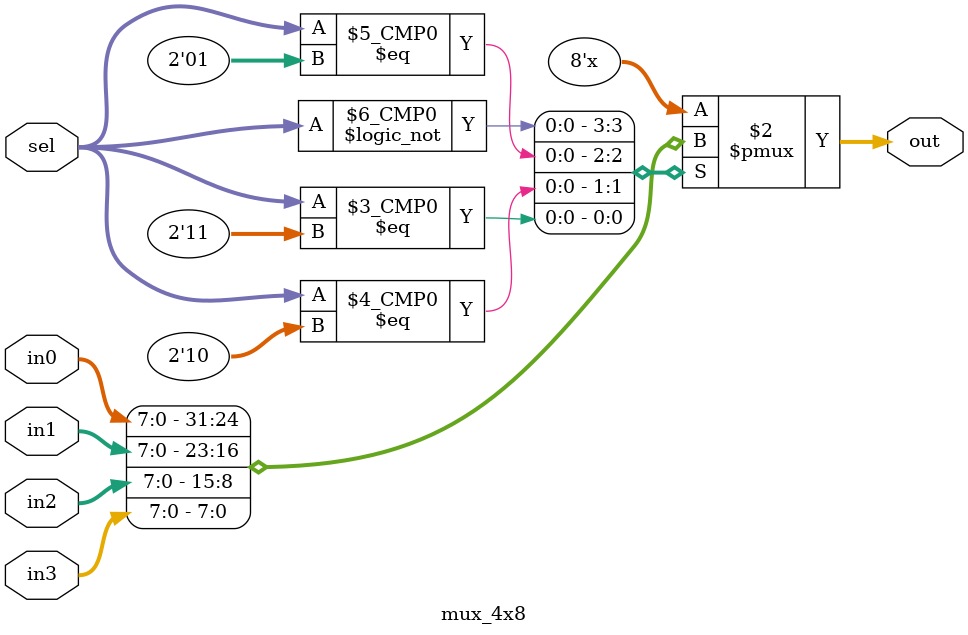
<source format=v>
module mux_4x8(
    input  [7:0] in0,
    input  [7:0] in1,
    input  [7:0] in2,
    input  [7:0] in3,
    input  [1:0] sel,
    output reg [7:0] out
);
    always @(*) begin
        case (sel)
            2'b00: out = in0;
            2'b01: out = in1;
            2'b10: out = in2;
            2'b11: out = in3;
            default: out = 8'b0;
        endcase
    end
endmodule

</source>
